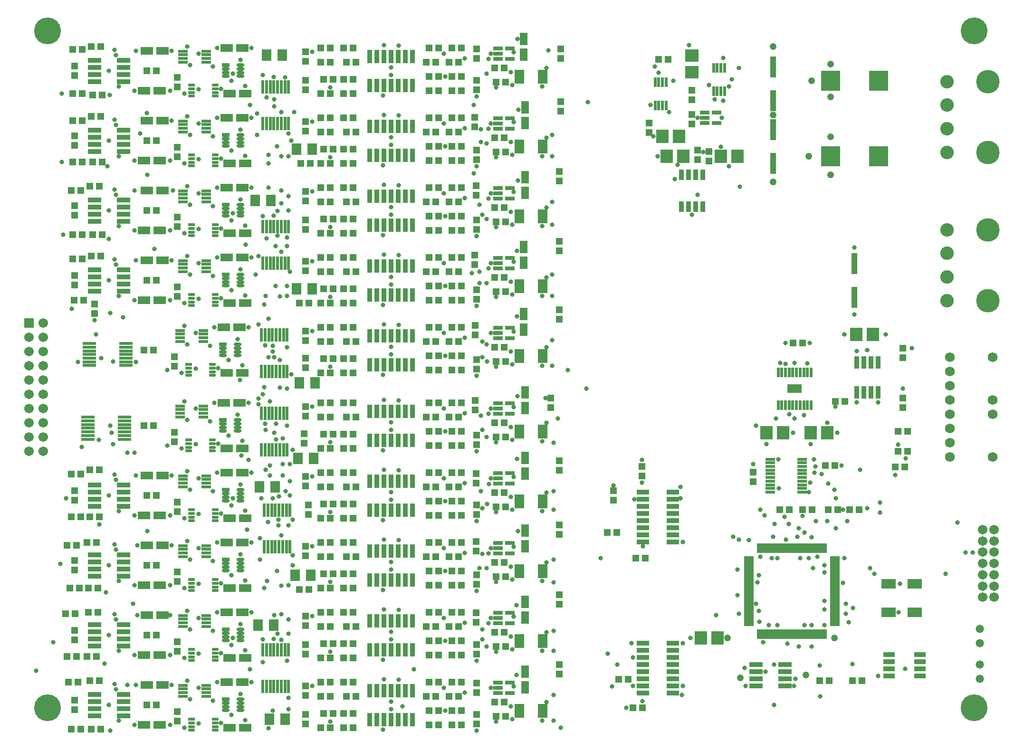
<source format=gts>
%FSLAX23Y23*%
%MOIN*%
G70*
G01*
G75*
G04 Layer_Color=8388736*
G04 Layer_Color=8388736*
%ADD10C,0.008*%
%ADD11R,0.043X0.039*%
%ADD12R,0.079X0.087*%
%ADD13R,0.024X0.067*%
%ADD14R,0.087X0.024*%
%ADD15R,0.087X0.024*%
%ADD16R,0.039X0.043*%
%ADD17R,0.087X0.079*%
%ADD18R,0.063X0.071*%
%ADD19R,0.048X0.017*%
%ADD20R,0.014X0.059*%
%ADD21R,0.091X0.059*%
%ADD22R,0.024X0.087*%
%ADD23R,0.085X0.016*%
%ADD24R,0.016X0.061*%
%ADD25R,0.016X0.085*%
%ADD26R,0.016X0.085*%
%ADD27R,0.073X0.024*%
%ADD28R,0.061X0.012*%
%ADD29R,0.012X0.061*%
%ADD30R,0.024X0.081*%
%ADD31R,0.057X0.012*%
%ADD32R,0.081X0.024*%
%ADD33R,0.124X0.136*%
%ADD34R,0.031X0.142*%
%ADD35R,0.079X0.047*%
%ADD36R,0.061X0.016*%
%ADD37O,0.048X0.017*%
%ADD38R,0.015X0.060*%
%ADD39R,0.101X0.062*%
%ADD40R,0.256X0.036*%
%ADD41R,0.078X0.062*%
%ADD42R,0.063X0.012*%
%ADD43R,0.063X0.012*%
%ADD44R,0.057X0.022*%
%ADD45R,0.047X0.079*%
%ADD46O,0.041X0.015*%
%ADD47R,0.041X0.015*%
%ADD48C,0.012*%
%ADD49C,0.016*%
%ADD50C,0.010*%
%ADD51C,0.025*%
%ADD52C,0.050*%
%ADD53C,0.059*%
%ADD54C,0.050*%
%ADD55C,0.180*%
%ADD56C,0.087*%
%ADD57C,0.157*%
%ADD58R,0.059X0.059*%
%ADD59C,0.060*%
%ADD60C,0.020*%
%ADD61C,0.025*%
%ADD62C,0.040*%
%ADD63C,0.010*%
%ADD64C,0.008*%
%ADD65C,0.007*%
%ADD66C,0.004*%
%ADD67R,0.051X0.047*%
%ADD68R,0.087X0.095*%
%ADD69R,0.032X0.075*%
%ADD70R,0.095X0.032*%
%ADD71R,0.095X0.032*%
%ADD72R,0.047X0.051*%
%ADD73R,0.095X0.087*%
%ADD74R,0.071X0.079*%
%ADD75R,0.056X0.025*%
%ADD76R,0.022X0.067*%
%ADD77R,0.099X0.067*%
%ADD78R,0.032X0.095*%
%ADD79R,0.093X0.024*%
%ADD80R,0.024X0.069*%
%ADD81R,0.024X0.093*%
%ADD82R,0.024X0.093*%
%ADD83R,0.081X0.032*%
%ADD84R,0.069X0.020*%
%ADD85R,0.020X0.069*%
%ADD86R,0.032X0.089*%
%ADD87R,0.065X0.020*%
%ADD88R,0.089X0.032*%
%ADD89R,0.132X0.144*%
%ADD90R,0.039X0.150*%
%ADD91R,0.087X0.055*%
%ADD92R,0.069X0.024*%
%ADD93O,0.056X0.025*%
%ADD94R,0.023X0.068*%
%ADD95R,0.071X0.020*%
%ADD96R,0.071X0.020*%
%ADD97R,0.065X0.030*%
%ADD98R,0.055X0.087*%
%ADD99O,0.049X0.023*%
%ADD100R,0.049X0.023*%
%ADD101C,0.067*%
%ADD102C,0.058*%
%ADD103C,0.188*%
%ADD104C,0.095*%
%ADD105C,0.165*%
%ADD106R,0.067X0.067*%
%ADD107C,0.068*%
%ADD108C,0.033*%
%ADD109C,0.048*%
D39*
X7490Y5490D02*
D03*
D67*
X2557Y7400D02*
D03*
X2623D02*
D03*
X2603Y4090D02*
D03*
X2537D02*
D03*
X8283Y5190D02*
D03*
X8217D02*
D03*
X8283Y5050D02*
D03*
X8217D02*
D03*
X7733Y3440D02*
D03*
X7667D02*
D03*
X7963D02*
D03*
X7897D02*
D03*
X7793Y4640D02*
D03*
X7727D02*
D03*
X7773Y4950D02*
D03*
X7707D02*
D03*
X7877Y4640D02*
D03*
X7943D02*
D03*
X7387D02*
D03*
X7453D02*
D03*
X7547D02*
D03*
X7613D02*
D03*
X4327Y7660D02*
D03*
X4393D02*
D03*
X4327Y7170D02*
D03*
X4393D02*
D03*
X4327Y6680D02*
D03*
X4393D02*
D03*
X4327Y6190D02*
D03*
X4393D02*
D03*
X4327Y5700D02*
D03*
X4393D02*
D03*
X4327Y5170D02*
D03*
X4393D02*
D03*
X4327Y4680D02*
D03*
X4393D02*
D03*
X4327Y4190D02*
D03*
X4393D02*
D03*
X4327Y3700D02*
D03*
X4393D02*
D03*
X4327Y3210D02*
D03*
X4393D02*
D03*
X4167Y7880D02*
D03*
X4233D02*
D03*
X4167Y7390D02*
D03*
X4233D02*
D03*
X4167Y6900D02*
D03*
X4233D02*
D03*
X4167Y6410D02*
D03*
X4233D02*
D03*
X4167Y5920D02*
D03*
X4233D02*
D03*
X4167Y5390D02*
D03*
X4233D02*
D03*
X4167Y4900D02*
D03*
X4233D02*
D03*
X4167Y4410D02*
D03*
X4233D02*
D03*
X4167Y3920D02*
D03*
X4233D02*
D03*
X4167Y3430D02*
D03*
X4233D02*
D03*
X4093Y7070D02*
D03*
X4027D02*
D03*
X4083Y6090D02*
D03*
X4017D02*
D03*
X4083Y4080D02*
D03*
X4017D02*
D03*
X4253Y7660D02*
D03*
X4187D02*
D03*
X4253Y7170D02*
D03*
X4187D02*
D03*
X4253Y6680D02*
D03*
X4187D02*
D03*
X4253Y6190D02*
D03*
X4187D02*
D03*
X4253Y5700D02*
D03*
X4187D02*
D03*
X4253Y5170D02*
D03*
X4187D02*
D03*
X4253Y4680D02*
D03*
X4187D02*
D03*
X4253Y4190D02*
D03*
X4187D02*
D03*
X4253Y3700D02*
D03*
X4187D02*
D03*
X4253Y3210D02*
D03*
X4187D02*
D03*
X4167Y7780D02*
D03*
X4233D02*
D03*
X4167Y7290D02*
D03*
X4233D02*
D03*
X4167Y6800D02*
D03*
X4233D02*
D03*
X4167Y6310D02*
D03*
X4233D02*
D03*
X4167Y5820D02*
D03*
X4233D02*
D03*
X4167Y5290D02*
D03*
X4233D02*
D03*
X4167Y4800D02*
D03*
X4233D02*
D03*
X4167Y4310D02*
D03*
X4233D02*
D03*
X4167Y3820D02*
D03*
X4233D02*
D03*
X4167Y3330D02*
D03*
X4233D02*
D03*
X4413Y7780D02*
D03*
X4347D02*
D03*
X4413Y7290D02*
D03*
X4347D02*
D03*
X4413Y6800D02*
D03*
X4347D02*
D03*
X4413Y6310D02*
D03*
X4347D02*
D03*
X4413Y5820D02*
D03*
X4347D02*
D03*
X4413Y5290D02*
D03*
X4347D02*
D03*
X4413Y4800D02*
D03*
X4347D02*
D03*
X4413Y4310D02*
D03*
X4347D02*
D03*
X4413Y3820D02*
D03*
X4347D02*
D03*
X4413Y3330D02*
D03*
X4347D02*
D03*
X5153Y7880D02*
D03*
X5087D02*
D03*
X5153Y7390D02*
D03*
X5087D02*
D03*
X5153Y6900D02*
D03*
X5087D02*
D03*
X5153Y6410D02*
D03*
X5087D02*
D03*
X5153Y5920D02*
D03*
X5087D02*
D03*
X5153Y5390D02*
D03*
X5087D02*
D03*
X5153Y4900D02*
D03*
X5087D02*
D03*
X5153Y4410D02*
D03*
X5087D02*
D03*
X5153Y3920D02*
D03*
X5087D02*
D03*
X5153Y3430D02*
D03*
X5087D02*
D03*
X4993Y7680D02*
D03*
X4927D02*
D03*
X4993Y7190D02*
D03*
X4927D02*
D03*
X4993Y6700D02*
D03*
X4927D02*
D03*
X4993Y6210D02*
D03*
X4927D02*
D03*
X4993Y5720D02*
D03*
X4927D02*
D03*
X4993Y5190D02*
D03*
X4927D02*
D03*
X4993Y4700D02*
D03*
X4927D02*
D03*
X4993Y4210D02*
D03*
X4927D02*
D03*
X4993Y3720D02*
D03*
X4927D02*
D03*
X4993Y3230D02*
D03*
X4927D02*
D03*
X4993Y7880D02*
D03*
X4927D02*
D03*
X4993Y7390D02*
D03*
X4927D02*
D03*
X4993Y6900D02*
D03*
X4927D02*
D03*
X4993Y6410D02*
D03*
X4927D02*
D03*
X4993Y5920D02*
D03*
X4927D02*
D03*
X4993Y5390D02*
D03*
X4927D02*
D03*
X4993Y4900D02*
D03*
X4927D02*
D03*
X4993Y4410D02*
D03*
X4927D02*
D03*
X4993Y3920D02*
D03*
X4927D02*
D03*
X4993Y3430D02*
D03*
X4927D02*
D03*
X5067Y7780D02*
D03*
X5133D02*
D03*
X5067Y7290D02*
D03*
X5133D02*
D03*
X5067Y6800D02*
D03*
X5133D02*
D03*
X5067Y6310D02*
D03*
X5133D02*
D03*
X5067Y5820D02*
D03*
X5133D02*
D03*
X5067Y5290D02*
D03*
X5133D02*
D03*
X5067Y4800D02*
D03*
X5133D02*
D03*
X5067Y4310D02*
D03*
X5133D02*
D03*
X5067Y3820D02*
D03*
X5133D02*
D03*
X5067Y3330D02*
D03*
X5133D02*
D03*
X5153Y7680D02*
D03*
X5087D02*
D03*
X5153Y7190D02*
D03*
X5087D02*
D03*
X5153Y6700D02*
D03*
X5087D02*
D03*
X5153Y6210D02*
D03*
X5087D02*
D03*
X5153Y5720D02*
D03*
X5087D02*
D03*
X5153Y5190D02*
D03*
X5087D02*
D03*
X5153Y4700D02*
D03*
X5087D02*
D03*
X5153Y4210D02*
D03*
X5087D02*
D03*
X5153Y3720D02*
D03*
X5087D02*
D03*
X5153Y3230D02*
D03*
X5087D02*
D03*
X5153Y7580D02*
D03*
X5087D02*
D03*
X5153Y7090D02*
D03*
X5087D02*
D03*
X5153Y6600D02*
D03*
X5087D02*
D03*
X5153Y6110D02*
D03*
X5087D02*
D03*
X5153Y5620D02*
D03*
X5087D02*
D03*
X5153Y5090D02*
D03*
X5087D02*
D03*
X5153Y4600D02*
D03*
X5087D02*
D03*
X5153Y4110D02*
D03*
X5087D02*
D03*
X5153Y3620D02*
D03*
X5087D02*
D03*
X5153Y3130D02*
D03*
X5087D02*
D03*
X6603Y7800D02*
D03*
X6537D02*
D03*
X6357Y3250D02*
D03*
X6423D02*
D03*
X6443Y4300D02*
D03*
X6377D02*
D03*
X6243Y4480D02*
D03*
X6177D02*
D03*
X6323Y3450D02*
D03*
X6257D02*
D03*
X5397Y7640D02*
D03*
X5463D02*
D03*
X5397Y7150D02*
D03*
X5463D02*
D03*
X5397Y6660D02*
D03*
X5463D02*
D03*
X5397Y6170D02*
D03*
X5463D02*
D03*
X5397Y5680D02*
D03*
X5463D02*
D03*
X5397Y5150D02*
D03*
X5463D02*
D03*
X5397Y4660D02*
D03*
X5463D02*
D03*
X5397Y4170D02*
D03*
X5463D02*
D03*
X5397Y3680D02*
D03*
X5463D02*
D03*
X5397Y3190D02*
D03*
X5463D02*
D03*
X7843Y5400D02*
D03*
X7777D02*
D03*
X8263Y4940D02*
D03*
X8197D02*
D03*
X3013Y7720D02*
D03*
X2947D02*
D03*
X3013Y7230D02*
D03*
X2947D02*
D03*
X3013Y6740D02*
D03*
X2947D02*
D03*
X3013Y6250D02*
D03*
X2947D02*
D03*
X2993Y5760D02*
D03*
X2927D02*
D03*
X2993Y5230D02*
D03*
X2927D02*
D03*
X3013Y4740D02*
D03*
X2947D02*
D03*
X3013Y4250D02*
D03*
X2947D02*
D03*
X3013Y3760D02*
D03*
X2947D02*
D03*
X3013Y3270D02*
D03*
X2947D02*
D03*
X4393Y7560D02*
D03*
X4327D02*
D03*
X4393Y7070D02*
D03*
X4327D02*
D03*
X4393Y6580D02*
D03*
X4327D02*
D03*
X4393Y6090D02*
D03*
X4327D02*
D03*
X4393Y5600D02*
D03*
X4327D02*
D03*
X4393Y5070D02*
D03*
X4327D02*
D03*
X4393Y4580D02*
D03*
X4327D02*
D03*
X4393Y4090D02*
D03*
X4327D02*
D03*
X4393Y3600D02*
D03*
X4327D02*
D03*
X4393Y3110D02*
D03*
X4327D02*
D03*
X4393Y7880D02*
D03*
X4327D02*
D03*
X4393Y7390D02*
D03*
X4327D02*
D03*
X4393Y6900D02*
D03*
X4327D02*
D03*
X4393Y6410D02*
D03*
X4327D02*
D03*
X4393Y5920D02*
D03*
X4327D02*
D03*
X4393Y5390D02*
D03*
X4327D02*
D03*
X4393Y4900D02*
D03*
X4327D02*
D03*
X4393Y4410D02*
D03*
X4327D02*
D03*
X4393Y3920D02*
D03*
X4327D02*
D03*
X4393Y3430D02*
D03*
X4327D02*
D03*
X4233Y7560D02*
D03*
X4167D02*
D03*
X4233Y7070D02*
D03*
X4167D02*
D03*
X4233Y6580D02*
D03*
X4167D02*
D03*
X4233Y6090D02*
D03*
X4167D02*
D03*
X4233Y5600D02*
D03*
X4167D02*
D03*
X4233Y5070D02*
D03*
X4167D02*
D03*
X4233Y4580D02*
D03*
X4167D02*
D03*
X4233Y4090D02*
D03*
X4167D02*
D03*
X4233Y3600D02*
D03*
X4167D02*
D03*
X4233Y3110D02*
D03*
X4167D02*
D03*
X4973Y7780D02*
D03*
X4907D02*
D03*
X4973Y7290D02*
D03*
X4907D02*
D03*
X4973Y6800D02*
D03*
X4907D02*
D03*
X4973Y6310D02*
D03*
X4907D02*
D03*
X4973Y5820D02*
D03*
X4907D02*
D03*
X4973Y5290D02*
D03*
X4907D02*
D03*
X4973Y4800D02*
D03*
X4907D02*
D03*
X4973Y4310D02*
D03*
X4907D02*
D03*
X4973Y3820D02*
D03*
X4907D02*
D03*
X4973Y3330D02*
D03*
X4907D02*
D03*
X4927Y7580D02*
D03*
X4993D02*
D03*
X4927Y7090D02*
D03*
X4993D02*
D03*
X4927Y6600D02*
D03*
X4993D02*
D03*
X4927Y6110D02*
D03*
X4993D02*
D03*
X4927Y5620D02*
D03*
X4993D02*
D03*
X4927Y5090D02*
D03*
X4993D02*
D03*
X4927Y4600D02*
D03*
X4993D02*
D03*
X4927Y4110D02*
D03*
X4993D02*
D03*
X4927Y3620D02*
D03*
X4993D02*
D03*
X4927Y3130D02*
D03*
X4993D02*
D03*
X7479Y5810D02*
D03*
X7545D02*
D03*
X2463Y3430D02*
D03*
X2397D02*
D03*
X2547Y3440D02*
D03*
X2613D02*
D03*
X2623Y3100D02*
D03*
X2557D02*
D03*
X2483D02*
D03*
X2417D02*
D03*
X2443Y3910D02*
D03*
X2377D02*
D03*
X2537Y3920D02*
D03*
X2603D02*
D03*
X2593Y3610D02*
D03*
X2527D02*
D03*
X2453D02*
D03*
X2387D02*
D03*
X2453Y4390D02*
D03*
X2387D02*
D03*
X2527Y4410D02*
D03*
X2593D02*
D03*
X2473Y4090D02*
D03*
X2407D02*
D03*
X2483Y4890D02*
D03*
X2417D02*
D03*
X2547Y4920D02*
D03*
X2613D02*
D03*
X2613Y4590D02*
D03*
X2547D02*
D03*
X2483D02*
D03*
X2417D02*
D03*
X2493Y6400D02*
D03*
X2427D02*
D03*
X2557Y6420D02*
D03*
X2623D02*
D03*
X2503Y6110D02*
D03*
X2437D02*
D03*
X2483Y6880D02*
D03*
X2417D02*
D03*
X2547Y6910D02*
D03*
X2613D02*
D03*
X2633Y6570D02*
D03*
X2567D02*
D03*
X2493D02*
D03*
X2427D02*
D03*
X2493Y7370D02*
D03*
X2427D02*
D03*
X2633Y7080D02*
D03*
X2567D02*
D03*
X2493D02*
D03*
X2427D02*
D03*
X2493Y7870D02*
D03*
X2427D02*
D03*
X2557Y7890D02*
D03*
X2623D02*
D03*
X2633Y7550D02*
D03*
X2567D02*
D03*
X2493Y7560D02*
D03*
X2427D02*
D03*
X5387Y7740D02*
D03*
X5453D02*
D03*
X5387Y7250D02*
D03*
X5453D02*
D03*
X5387Y6760D02*
D03*
X5453D02*
D03*
X5387Y6270D02*
D03*
X5453D02*
D03*
X5387Y5780D02*
D03*
X5453D02*
D03*
X5387Y5250D02*
D03*
X5453D02*
D03*
X5387Y4760D02*
D03*
X5453D02*
D03*
X5387Y4270D02*
D03*
X5453D02*
D03*
X5387Y3780D02*
D03*
X5453D02*
D03*
X5387Y3290D02*
D03*
X5453D02*
D03*
D68*
X6591Y7120D02*
D03*
X6709D02*
D03*
X6561Y7260D02*
D03*
X6679D02*
D03*
X6971Y7120D02*
D03*
X7921Y5870D02*
D03*
X8039D02*
D03*
X7409Y5180D02*
D03*
X7291D02*
D03*
X6949Y3740D02*
D03*
X6831D02*
D03*
X7601Y5180D02*
D03*
X7719D02*
D03*
X7089Y7120D02*
D03*
D69*
X6695Y6768D02*
D03*
X6745D02*
D03*
X6795D02*
D03*
X6845D02*
D03*
X6695Y6992D02*
D03*
X6745D02*
D03*
X6795D02*
D03*
X6845D02*
D03*
D70*
X2578Y6275D02*
D03*
Y6225D02*
D03*
Y6175D02*
D03*
X2782Y6325D02*
D03*
Y6275D02*
D03*
Y6225D02*
D03*
Y6175D02*
D03*
X2578Y3195D02*
D03*
Y3685D02*
D03*
Y4175D02*
D03*
Y4665D02*
D03*
Y6665D02*
D03*
Y7155D02*
D03*
Y7645D02*
D03*
X2782D02*
D03*
Y7695D02*
D03*
Y7745D02*
D03*
Y7795D02*
D03*
X2578Y7695D02*
D03*
Y7745D02*
D03*
X2782Y7155D02*
D03*
Y7205D02*
D03*
Y7255D02*
D03*
Y7305D02*
D03*
X2578Y7205D02*
D03*
Y7255D02*
D03*
X2782Y6665D02*
D03*
Y6715D02*
D03*
Y6765D02*
D03*
Y6815D02*
D03*
X2578Y6715D02*
D03*
Y6765D02*
D03*
X2782Y4665D02*
D03*
Y4715D02*
D03*
Y4765D02*
D03*
Y4815D02*
D03*
X2578Y4715D02*
D03*
Y4765D02*
D03*
X2782Y4175D02*
D03*
Y4225D02*
D03*
Y4275D02*
D03*
Y4325D02*
D03*
X2578Y4225D02*
D03*
Y4275D02*
D03*
X2782Y3685D02*
D03*
Y3735D02*
D03*
Y3785D02*
D03*
Y3835D02*
D03*
X2578Y3735D02*
D03*
Y3785D02*
D03*
X2782Y3195D02*
D03*
Y3245D02*
D03*
Y3295D02*
D03*
Y3345D02*
D03*
X2578Y3245D02*
D03*
Y3295D02*
D03*
X7422Y3455D02*
D03*
Y3505D02*
D03*
Y3555D02*
D03*
X7218Y3405D02*
D03*
Y3455D02*
D03*
Y3505D02*
D03*
Y3555D02*
D03*
D71*
X2578Y6325D02*
D03*
Y3345D02*
D03*
Y3835D02*
D03*
Y4325D02*
D03*
Y4815D02*
D03*
Y6815D02*
D03*
Y7305D02*
D03*
Y7795D02*
D03*
X7422Y3405D02*
D03*
D72*
X8250Y5773D02*
D03*
Y5707D02*
D03*
Y5423D02*
D03*
Y5357D02*
D03*
X7200Y4903D02*
D03*
Y4837D02*
D03*
X3160Y7673D02*
D03*
Y7607D02*
D03*
Y7183D02*
D03*
Y7117D02*
D03*
Y6693D02*
D03*
Y6627D02*
D03*
Y6203D02*
D03*
Y6137D02*
D03*
X3140Y5713D02*
D03*
Y5647D02*
D03*
Y5183D02*
D03*
Y5117D02*
D03*
X3160Y4693D02*
D03*
Y4627D02*
D03*
Y4203D02*
D03*
Y4137D02*
D03*
Y3713D02*
D03*
Y3647D02*
D03*
Y3223D02*
D03*
Y3157D02*
D03*
X4060Y7587D02*
D03*
Y7653D02*
D03*
Y6607D02*
D03*
Y6673D02*
D03*
Y5703D02*
D03*
Y5637D02*
D03*
X4050Y5173D02*
D03*
Y5107D02*
D03*
X4080Y4607D02*
D03*
Y4673D02*
D03*
X4060Y3627D02*
D03*
Y3693D02*
D03*
Y3137D02*
D03*
Y3203D02*
D03*
X2440Y7687D02*
D03*
Y7753D02*
D03*
Y7197D02*
D03*
Y7263D02*
D03*
Y6707D02*
D03*
Y6773D02*
D03*
Y6217D02*
D03*
Y6283D02*
D03*
Y4707D02*
D03*
Y4773D02*
D03*
Y4217D02*
D03*
Y4283D02*
D03*
Y3727D02*
D03*
Y3793D02*
D03*
Y3237D02*
D03*
Y3303D02*
D03*
X6770Y7413D02*
D03*
Y7347D02*
D03*
Y7583D02*
D03*
Y7517D02*
D03*
X6420Y4943D02*
D03*
Y4877D02*
D03*
X6220Y4707D02*
D03*
Y4773D02*
D03*
X6890Y7087D02*
D03*
Y7153D02*
D03*
X6810Y7163D02*
D03*
Y7097D02*
D03*
X4060Y7853D02*
D03*
Y7787D02*
D03*
Y7363D02*
D03*
Y7297D02*
D03*
Y6873D02*
D03*
Y6807D02*
D03*
Y6383D02*
D03*
Y6317D02*
D03*
Y5893D02*
D03*
Y5827D02*
D03*
Y5363D02*
D03*
Y5297D02*
D03*
Y4873D02*
D03*
Y4807D02*
D03*
Y4383D02*
D03*
Y4317D02*
D03*
Y3893D02*
D03*
Y3827D02*
D03*
Y3403D02*
D03*
Y3337D02*
D03*
X5260Y7807D02*
D03*
Y7873D02*
D03*
X5245Y7327D02*
D03*
Y7393D02*
D03*
X5255Y6847D02*
D03*
Y6913D02*
D03*
X5245Y6362D02*
D03*
Y6428D02*
D03*
X5250Y5867D02*
D03*
Y5933D02*
D03*
Y5342D02*
D03*
Y5408D02*
D03*
X5255Y4827D02*
D03*
Y4893D02*
D03*
Y4352D02*
D03*
Y4418D02*
D03*
Y3852D02*
D03*
Y3918D02*
D03*
X5260Y3357D02*
D03*
Y3423D02*
D03*
Y7587D02*
D03*
Y7653D02*
D03*
Y7097D02*
D03*
Y7163D02*
D03*
Y6607D02*
D03*
Y6673D02*
D03*
Y6117D02*
D03*
Y6183D02*
D03*
Y5627D02*
D03*
Y5693D02*
D03*
Y5097D02*
D03*
Y5163D02*
D03*
Y4607D02*
D03*
Y4673D02*
D03*
Y4117D02*
D03*
Y4183D02*
D03*
Y3627D02*
D03*
Y3693D02*
D03*
Y3137D02*
D03*
Y3203D02*
D03*
X6470Y7353D02*
D03*
Y7287D02*
D03*
X2580Y6017D02*
D03*
Y6083D02*
D03*
X5840Y3553D02*
D03*
Y3487D02*
D03*
Y4043D02*
D03*
Y3977D02*
D03*
Y4533D02*
D03*
Y4467D02*
D03*
Y4983D02*
D03*
Y4917D02*
D03*
Y6043D02*
D03*
Y5977D02*
D03*
Y6523D02*
D03*
Y6457D02*
D03*
X5850Y7503D02*
D03*
Y7437D02*
D03*
X5780Y5423D02*
D03*
Y5357D02*
D03*
X5850Y7873D02*
D03*
Y7807D02*
D03*
X5840Y6947D02*
D03*
Y7013D02*
D03*
D73*
X6770Y7711D02*
D03*
Y7829D02*
D03*
D74*
X3995Y7170D02*
D03*
X4105D02*
D03*
X3805Y3170D02*
D03*
X3915D02*
D03*
X3725Y3830D02*
D03*
X3835D02*
D03*
X3985Y4180D02*
D03*
X4095D02*
D03*
X3735Y4800D02*
D03*
X3845D02*
D03*
X4005Y5000D02*
D03*
X4115D02*
D03*
X4015Y5530D02*
D03*
X4125D02*
D03*
X3995Y6190D02*
D03*
X4105D02*
D03*
X3705Y6810D02*
D03*
X3815D02*
D03*
X3785Y7830D02*
D03*
X3895D02*
D03*
D75*
X3500Y3310D02*
D03*
Y3800D02*
D03*
Y4290D02*
D03*
Y4780D02*
D03*
X3480Y5270D02*
D03*
Y5800D02*
D03*
X3500Y6290D02*
D03*
Y6780D02*
D03*
Y7270D02*
D03*
Y7760D02*
D03*
D76*
X6998Y7742D02*
D03*
X6973D02*
D03*
X6947D02*
D03*
X6922D02*
D03*
X6998Y7578D02*
D03*
X6973D02*
D03*
X6947D02*
D03*
X6922D02*
D03*
D77*
X8331Y3920D02*
D03*
Y4120D02*
D03*
X8150Y3920D02*
D03*
Y4120D02*
D03*
D78*
X4810Y6842D02*
D03*
X4760D02*
D03*
X4710D02*
D03*
X4660D02*
D03*
X4610D02*
D03*
X4560D02*
D03*
X4510D02*
D03*
X4810Y6638D02*
D03*
X4760D02*
D03*
X4710D02*
D03*
X4660D02*
D03*
X4610D02*
D03*
X4560D02*
D03*
X4510D02*
D03*
X4810Y7822D02*
D03*
X4760D02*
D03*
X4710D02*
D03*
X4660D02*
D03*
X4610D02*
D03*
X4560D02*
D03*
X4510D02*
D03*
X4810Y7618D02*
D03*
X4760D02*
D03*
X4710D02*
D03*
X4660D02*
D03*
X4610D02*
D03*
X4560D02*
D03*
X4510D02*
D03*
Y7128D02*
D03*
X4560D02*
D03*
X4610D02*
D03*
X4660D02*
D03*
X4710D02*
D03*
X4760D02*
D03*
X4810D02*
D03*
X4510Y7332D02*
D03*
X4560D02*
D03*
X4610D02*
D03*
X4660D02*
D03*
X4710D02*
D03*
X4760D02*
D03*
X4810D02*
D03*
X4510Y6148D02*
D03*
X4560D02*
D03*
X4610D02*
D03*
X4660D02*
D03*
X4710D02*
D03*
X4760D02*
D03*
X4810D02*
D03*
X4510Y6352D02*
D03*
X4560D02*
D03*
X4610D02*
D03*
X4660D02*
D03*
X4710D02*
D03*
X4760D02*
D03*
X4810D02*
D03*
X4510Y5128D02*
D03*
X4560D02*
D03*
X4610D02*
D03*
X4660D02*
D03*
X4710D02*
D03*
X4760D02*
D03*
X4810D02*
D03*
X4510Y5332D02*
D03*
X4560D02*
D03*
X4610D02*
D03*
X4660D02*
D03*
X4710D02*
D03*
X4760D02*
D03*
X4810D02*
D03*
X4510Y4638D02*
D03*
X4560D02*
D03*
X4610D02*
D03*
X4660D02*
D03*
X4710D02*
D03*
X4760D02*
D03*
X4810D02*
D03*
X4510Y4842D02*
D03*
X4560D02*
D03*
X4610D02*
D03*
X4660D02*
D03*
X4710D02*
D03*
X4760D02*
D03*
X4810D02*
D03*
X4510Y4148D02*
D03*
X4560D02*
D03*
X4610D02*
D03*
X4660D02*
D03*
X4710D02*
D03*
X4760D02*
D03*
X4810D02*
D03*
X4510Y4352D02*
D03*
X4560D02*
D03*
X4610D02*
D03*
X4660D02*
D03*
X4710D02*
D03*
X4760D02*
D03*
X4810D02*
D03*
X4510Y3658D02*
D03*
X4560D02*
D03*
X4610D02*
D03*
X4660D02*
D03*
X4710D02*
D03*
X4760D02*
D03*
X4810D02*
D03*
X4510Y3862D02*
D03*
X4560D02*
D03*
X4610D02*
D03*
X4660D02*
D03*
X4710D02*
D03*
X4760D02*
D03*
X4810D02*
D03*
X4510Y3168D02*
D03*
X4560D02*
D03*
X4610D02*
D03*
X4660D02*
D03*
X4710D02*
D03*
X4760D02*
D03*
X4810D02*
D03*
X4510Y3372D02*
D03*
X4560D02*
D03*
X4610D02*
D03*
X4660D02*
D03*
X4710D02*
D03*
X4760D02*
D03*
X4810D02*
D03*
Y5862D02*
D03*
X4760D02*
D03*
X4710D02*
D03*
X4660D02*
D03*
X4610D02*
D03*
X4560D02*
D03*
X4510D02*
D03*
X4810Y5658D02*
D03*
X4760D02*
D03*
X4710D02*
D03*
X4660D02*
D03*
X4610D02*
D03*
X4560D02*
D03*
X4510D02*
D03*
D79*
X2789Y5136D02*
D03*
Y5162D02*
D03*
Y5187D02*
D03*
Y5213D02*
D03*
Y5239D02*
D03*
Y5264D02*
D03*
Y5290D02*
D03*
X2531Y5136D02*
D03*
Y5162D02*
D03*
Y5187D02*
D03*
Y5213D02*
D03*
Y5239D02*
D03*
Y5264D02*
D03*
Y5290D02*
D03*
X2541Y5807D02*
D03*
Y5781D02*
D03*
X2799Y5807D02*
D03*
X2541Y5679D02*
D03*
X2799D02*
D03*
X2541Y5704D02*
D03*
X2799D02*
D03*
Y5730D02*
D03*
Y5756D02*
D03*
X2541Y5730D02*
D03*
Y5756D02*
D03*
X2799Y5653D02*
D03*
X2541D02*
D03*
X2799Y5781D02*
D03*
D80*
X6588Y7642D02*
D03*
X6563D02*
D03*
X6537D02*
D03*
X6512D02*
D03*
X6588Y7478D02*
D03*
X6563D02*
D03*
X6537D02*
D03*
X6512D02*
D03*
D81*
X3914Y3401D02*
D03*
X3888D02*
D03*
X3863D02*
D03*
X3837D02*
D03*
X3914Y6371D02*
D03*
X3888D02*
D03*
X3863D02*
D03*
X3837D02*
D03*
X3940Y7609D02*
D03*
X3914D02*
D03*
X3888D02*
D03*
X3863D02*
D03*
X3837D02*
D03*
X3812D02*
D03*
X3786D02*
D03*
X3760D02*
D03*
X3940Y7351D02*
D03*
X3914D02*
D03*
X3888D02*
D03*
X3863D02*
D03*
X3837D02*
D03*
X3812D02*
D03*
X3786D02*
D03*
X3930Y5319D02*
D03*
X3904D02*
D03*
X3878D02*
D03*
X3853D02*
D03*
X3827D02*
D03*
X3802D02*
D03*
X3776D02*
D03*
X3750D02*
D03*
X3930Y5061D02*
D03*
X3904D02*
D03*
X3878D02*
D03*
X3853D02*
D03*
X3827D02*
D03*
X3802D02*
D03*
X3776D02*
D03*
X3786Y6371D02*
D03*
X3812D02*
D03*
X3940D02*
D03*
X3760Y6629D02*
D03*
X3786D02*
D03*
X3812D02*
D03*
X3837D02*
D03*
X3863D02*
D03*
X3888D02*
D03*
X3914D02*
D03*
X3940D02*
D03*
X3786Y3401D02*
D03*
X3812D02*
D03*
X3940D02*
D03*
X3760Y3659D02*
D03*
X3786D02*
D03*
X3812D02*
D03*
X3837D02*
D03*
X3863D02*
D03*
X3888D02*
D03*
X3914D02*
D03*
X3940D02*
D03*
X3796Y4381D02*
D03*
X3822D02*
D03*
X3847D02*
D03*
X3873D02*
D03*
X3898D02*
D03*
X3924D02*
D03*
X3950D02*
D03*
X3770Y4639D02*
D03*
X3796D02*
D03*
X3822D02*
D03*
X3847D02*
D03*
X3873D02*
D03*
X3898D02*
D03*
X3924D02*
D03*
X3950D02*
D03*
X3930Y5869D02*
D03*
X3904D02*
D03*
X3878D02*
D03*
X3853D02*
D03*
X3827D02*
D03*
X3802D02*
D03*
X3776D02*
D03*
X3750D02*
D03*
X3930Y5611D02*
D03*
X3904D02*
D03*
X3878D02*
D03*
X3853D02*
D03*
X3827D02*
D03*
X3802D02*
D03*
X3776D02*
D03*
D82*
X3760Y7351D02*
D03*
X3750Y5061D02*
D03*
X3760Y6371D02*
D03*
Y3401D02*
D03*
X3770Y4381D02*
D03*
X3750Y5611D02*
D03*
D83*
X8369Y3475D02*
D03*
Y3525D02*
D03*
Y3575D02*
D03*
Y3625D02*
D03*
X8151Y3475D02*
D03*
Y3525D02*
D03*
Y3575D02*
D03*
X8151Y3625D02*
D03*
D84*
X7168Y4306D02*
D03*
Y4287D02*
D03*
Y4267D02*
D03*
Y4247D02*
D03*
Y4227D02*
D03*
Y4208D02*
D03*
Y4188D02*
D03*
Y4168D02*
D03*
Y4149D02*
D03*
Y4129D02*
D03*
Y4109D02*
D03*
Y4090D02*
D03*
Y4070D02*
D03*
Y4050D02*
D03*
Y4031D02*
D03*
Y4011D02*
D03*
Y3991D02*
D03*
Y3972D02*
D03*
Y3952D02*
D03*
Y3932D02*
D03*
Y3913D02*
D03*
Y3893D02*
D03*
Y3873D02*
D03*
Y3853D02*
D03*
Y3834D02*
D03*
X7772Y4306D02*
D03*
Y4287D02*
D03*
Y4247D02*
D03*
Y4227D02*
D03*
Y4208D02*
D03*
Y4188D02*
D03*
Y4168D02*
D03*
Y4129D02*
D03*
Y4109D02*
D03*
Y4090D02*
D03*
Y4070D02*
D03*
Y4050D02*
D03*
Y4031D02*
D03*
Y4011D02*
D03*
Y3991D02*
D03*
Y3972D02*
D03*
Y3952D02*
D03*
Y3932D02*
D03*
Y3913D02*
D03*
Y3893D02*
D03*
Y3873D02*
D03*
Y3853D02*
D03*
Y3834D02*
D03*
Y4267D02*
D03*
Y4149D02*
D03*
D85*
X7706Y4372D02*
D03*
X7687D02*
D03*
X7667D02*
D03*
X7647D02*
D03*
X7627D02*
D03*
X7608D02*
D03*
X7588D02*
D03*
X7568D02*
D03*
X7549D02*
D03*
X7529D02*
D03*
X7509D02*
D03*
X7490D02*
D03*
X7470D02*
D03*
X7450D02*
D03*
X7431D02*
D03*
X7411D02*
D03*
X7391D02*
D03*
X7372D02*
D03*
X7352D02*
D03*
X7332D02*
D03*
X7313D02*
D03*
X7293D02*
D03*
X7273D02*
D03*
X7253D02*
D03*
X7234D02*
D03*
X7706Y3768D02*
D03*
X7687D02*
D03*
X7667D02*
D03*
X7647D02*
D03*
X7627D02*
D03*
X7608D02*
D03*
X7588D02*
D03*
X7568D02*
D03*
X7549D02*
D03*
X7529D02*
D03*
X7509D02*
D03*
X7490D02*
D03*
X7470D02*
D03*
X7450D02*
D03*
X7431D02*
D03*
X7411D02*
D03*
X7391D02*
D03*
X7372D02*
D03*
X7352D02*
D03*
X7332D02*
D03*
X7313D02*
D03*
X7293D02*
D03*
X7273D02*
D03*
X7253D02*
D03*
X7234D02*
D03*
D86*
X7925Y5465D02*
D03*
X7975D02*
D03*
X8025D02*
D03*
X8075D02*
D03*
X7925Y5675D02*
D03*
X7975D02*
D03*
X8025D02*
D03*
X8075D02*
D03*
D87*
X7541Y4790D02*
D03*
Y4816D02*
D03*
Y4842D02*
D03*
Y4867D02*
D03*
Y4893D02*
D03*
Y4918D02*
D03*
Y4944D02*
D03*
Y4970D02*
D03*
Y4995D02*
D03*
X7319Y4765D02*
D03*
X7319Y4790D02*
D03*
Y4816D02*
D03*
Y4842D02*
D03*
Y4867D02*
D03*
Y4893D02*
D03*
Y4918D02*
D03*
Y4944D02*
D03*
Y4970D02*
D03*
Y4995D02*
D03*
X7541Y4765D02*
D03*
D88*
X6635Y3355D02*
D03*
Y3405D02*
D03*
Y3455D02*
D03*
Y3505D02*
D03*
Y3555D02*
D03*
Y3605D02*
D03*
Y3655D02*
D03*
Y3705D02*
D03*
X6425Y3405D02*
D03*
Y3505D02*
D03*
Y3555D02*
D03*
Y3605D02*
D03*
Y3655D02*
D03*
Y3705D02*
D03*
Y4715D02*
D03*
Y4465D02*
D03*
Y4415D02*
D03*
X6635Y4765D02*
D03*
Y4715D02*
D03*
Y4565D02*
D03*
Y4515D02*
D03*
Y4465D02*
D03*
Y4415D02*
D03*
X6425Y4765D02*
D03*
Y3355D02*
D03*
Y4565D02*
D03*
Y4515D02*
D03*
Y3455D02*
D03*
X6635Y4615D02*
D03*
Y4665D02*
D03*
X6425D02*
D03*
Y4615D02*
D03*
D89*
X8079Y7650D02*
D03*
X7741D02*
D03*
X8079Y7120D02*
D03*
X7741D02*
D03*
D90*
X7340Y7748D02*
D03*
Y7512D02*
D03*
Y7308D02*
D03*
Y7072D02*
D03*
X7910Y6132D02*
D03*
Y6368D02*
D03*
D91*
X2925Y7580D02*
D03*
X3035D02*
D03*
X3055Y7860D02*
D03*
X2945D02*
D03*
X2925Y7090D02*
D03*
X3035D02*
D03*
X3055Y7370D02*
D03*
X2945D02*
D03*
X2925Y6600D02*
D03*
X3035D02*
D03*
X3055Y6880D02*
D03*
X2945D02*
D03*
X2925Y6110D02*
D03*
X3035D02*
D03*
X3055Y6390D02*
D03*
X2945D02*
D03*
X2925Y4600D02*
D03*
X3035D02*
D03*
X3055Y4880D02*
D03*
X2945D02*
D03*
X2925Y4110D02*
D03*
X3035D02*
D03*
X3055Y4390D02*
D03*
X2945D02*
D03*
X2925Y3620D02*
D03*
X3035D02*
D03*
X3055Y3900D02*
D03*
X2945D02*
D03*
X2925Y3130D02*
D03*
X3035D02*
D03*
X3055Y3410D02*
D03*
X2945D02*
D03*
X3525Y7560D02*
D03*
X3635D02*
D03*
X3505Y7880D02*
D03*
X3615D02*
D03*
X3525Y7070D02*
D03*
X3635D02*
D03*
X3505Y7390D02*
D03*
X3615D02*
D03*
X3525Y6580D02*
D03*
X3635D02*
D03*
X3505Y6900D02*
D03*
X3615D02*
D03*
X3525Y6090D02*
D03*
X3635D02*
D03*
X3505Y6410D02*
D03*
X3615D02*
D03*
X3505Y5600D02*
D03*
X3615D02*
D03*
X3485Y5920D02*
D03*
X3595D02*
D03*
X3505Y5070D02*
D03*
X3615D02*
D03*
X3485Y5390D02*
D03*
X3595D02*
D03*
X3525Y4580D02*
D03*
X3635D02*
D03*
X3505Y4900D02*
D03*
X3615D02*
D03*
X3525Y4090D02*
D03*
X3635D02*
D03*
X3505Y4410D02*
D03*
X3615D02*
D03*
X3525Y3600D02*
D03*
X3635D02*
D03*
X3505Y3920D02*
D03*
X3615D02*
D03*
X3525Y3110D02*
D03*
X3635D02*
D03*
X3505Y3430D02*
D03*
X3615D02*
D03*
D92*
X3362Y7782D02*
D03*
Y7807D02*
D03*
Y7833D02*
D03*
Y7858D02*
D03*
X3198Y7782D02*
D03*
Y7807D02*
D03*
Y7833D02*
D03*
Y7858D02*
D03*
X3362Y7292D02*
D03*
Y7317D02*
D03*
Y7343D02*
D03*
Y7368D02*
D03*
X3198Y7292D02*
D03*
Y7317D02*
D03*
Y7343D02*
D03*
Y7368D02*
D03*
X3362Y6802D02*
D03*
Y6827D02*
D03*
Y6853D02*
D03*
Y6878D02*
D03*
X3198Y6802D02*
D03*
Y6827D02*
D03*
Y6853D02*
D03*
Y6878D02*
D03*
X3362Y6312D02*
D03*
Y6337D02*
D03*
Y6363D02*
D03*
Y6388D02*
D03*
X3198Y6312D02*
D03*
Y6337D02*
D03*
Y6363D02*
D03*
Y6388D02*
D03*
X3342Y5822D02*
D03*
Y5847D02*
D03*
Y5873D02*
D03*
Y5898D02*
D03*
X3178Y5822D02*
D03*
Y5847D02*
D03*
Y5873D02*
D03*
Y5898D02*
D03*
X3342Y5292D02*
D03*
Y5317D02*
D03*
Y5343D02*
D03*
Y5368D02*
D03*
X3178Y5292D02*
D03*
Y5317D02*
D03*
Y5343D02*
D03*
Y5368D02*
D03*
X3362Y4802D02*
D03*
Y4827D02*
D03*
Y4853D02*
D03*
Y4878D02*
D03*
X3198Y4802D02*
D03*
Y4827D02*
D03*
Y4853D02*
D03*
Y4878D02*
D03*
X3362Y4312D02*
D03*
Y4337D02*
D03*
Y4363D02*
D03*
Y4388D02*
D03*
X3198Y4312D02*
D03*
Y4337D02*
D03*
Y4363D02*
D03*
Y4388D02*
D03*
X3362Y3822D02*
D03*
Y3847D02*
D03*
Y3873D02*
D03*
Y3898D02*
D03*
X3198Y3822D02*
D03*
Y3847D02*
D03*
Y3873D02*
D03*
Y3898D02*
D03*
X3362Y3332D02*
D03*
Y3357D02*
D03*
Y3383D02*
D03*
Y3408D02*
D03*
X3198Y3332D02*
D03*
Y3357D02*
D03*
Y3383D02*
D03*
Y3408D02*
D03*
D93*
X3603Y7683D02*
D03*
Y7709D02*
D03*
Y7734D02*
D03*
Y7760D02*
D03*
X3500Y7683D02*
D03*
Y7709D02*
D03*
Y7734D02*
D03*
X3603Y7193D02*
D03*
Y7219D02*
D03*
Y7244D02*
D03*
Y7270D02*
D03*
X3500Y7193D02*
D03*
Y7219D02*
D03*
Y7244D02*
D03*
X3603Y6703D02*
D03*
Y6729D02*
D03*
Y6754D02*
D03*
Y6780D02*
D03*
X3500Y6703D02*
D03*
Y6729D02*
D03*
Y6754D02*
D03*
X3603Y6213D02*
D03*
Y6239D02*
D03*
Y6264D02*
D03*
Y6290D02*
D03*
X3500Y6213D02*
D03*
Y6239D02*
D03*
Y6264D02*
D03*
X3583Y5723D02*
D03*
Y5749D02*
D03*
Y5774D02*
D03*
Y5800D02*
D03*
X3480Y5723D02*
D03*
Y5749D02*
D03*
Y5774D02*
D03*
X3583Y5193D02*
D03*
Y5219D02*
D03*
Y5244D02*
D03*
Y5270D02*
D03*
X3480Y5193D02*
D03*
Y5219D02*
D03*
Y5244D02*
D03*
X3603Y4703D02*
D03*
Y4729D02*
D03*
Y4754D02*
D03*
Y4780D02*
D03*
X3500Y4703D02*
D03*
Y4729D02*
D03*
Y4754D02*
D03*
X3603Y4213D02*
D03*
Y4239D02*
D03*
Y4264D02*
D03*
Y4290D02*
D03*
X3500Y4213D02*
D03*
Y4239D02*
D03*
Y4264D02*
D03*
X3603Y3723D02*
D03*
Y3749D02*
D03*
Y3774D02*
D03*
Y3800D02*
D03*
X3500Y3723D02*
D03*
Y3749D02*
D03*
Y3774D02*
D03*
X3603Y3233D02*
D03*
Y3259D02*
D03*
Y3284D02*
D03*
Y3310D02*
D03*
X3500Y3233D02*
D03*
Y3259D02*
D03*
Y3284D02*
D03*
D94*
X7375Y5375D02*
D03*
Y5605D02*
D03*
X7605D02*
D03*
Y5375D02*
D03*
X7579Y5605D02*
D03*
Y5375D02*
D03*
X7554Y5605D02*
D03*
X7528D02*
D03*
X7503D02*
D03*
X7477D02*
D03*
X7451D02*
D03*
X7426D02*
D03*
X7400D02*
D03*
X7554Y5375D02*
D03*
X7528D02*
D03*
X7503D02*
D03*
X7477D02*
D03*
X7451D02*
D03*
X7426D02*
D03*
X7400D02*
D03*
D95*
X5559Y7719D02*
D03*
X5559Y7700D02*
D03*
X5559Y7680D02*
D03*
Y7660D02*
D03*
Y7641D02*
D03*
X5721Y7700D02*
D03*
Y7680D02*
D03*
Y7660D02*
D03*
Y7641D02*
D03*
X5559Y7229D02*
D03*
X5559Y7210D02*
D03*
X5559Y7190D02*
D03*
Y7170D02*
D03*
Y7151D02*
D03*
X5721Y7210D02*
D03*
Y7190D02*
D03*
Y7170D02*
D03*
Y7151D02*
D03*
X5559Y6739D02*
D03*
X5559Y6720D02*
D03*
X5559Y6700D02*
D03*
Y6680D02*
D03*
Y6661D02*
D03*
X5721Y6720D02*
D03*
Y6700D02*
D03*
Y6680D02*
D03*
Y6661D02*
D03*
X5559Y6249D02*
D03*
X5559Y6230D02*
D03*
X5559Y6210D02*
D03*
Y6190D02*
D03*
Y6171D02*
D03*
X5721Y6230D02*
D03*
Y6210D02*
D03*
Y6190D02*
D03*
Y6171D02*
D03*
X5559Y5229D02*
D03*
X5559Y5210D02*
D03*
X5559Y5190D02*
D03*
Y5170D02*
D03*
Y5151D02*
D03*
X5721Y5210D02*
D03*
Y5190D02*
D03*
Y5170D02*
D03*
Y5151D02*
D03*
X5559Y4739D02*
D03*
X5559Y4720D02*
D03*
X5559Y4700D02*
D03*
Y4680D02*
D03*
Y4661D02*
D03*
X5721Y4720D02*
D03*
Y4700D02*
D03*
Y4680D02*
D03*
Y4661D02*
D03*
X5559Y4249D02*
D03*
X5559Y4230D02*
D03*
X5559Y4210D02*
D03*
Y4190D02*
D03*
Y4171D02*
D03*
X5721Y4230D02*
D03*
Y4210D02*
D03*
Y4190D02*
D03*
Y4171D02*
D03*
X5559Y3759D02*
D03*
X5559Y3740D02*
D03*
X5559Y3720D02*
D03*
Y3700D02*
D03*
Y3681D02*
D03*
X5721Y3740D02*
D03*
Y3720D02*
D03*
Y3700D02*
D03*
Y3681D02*
D03*
X5559Y3269D02*
D03*
X5559Y3250D02*
D03*
X5559Y3230D02*
D03*
Y3210D02*
D03*
Y3191D02*
D03*
X5721Y3250D02*
D03*
Y3230D02*
D03*
Y3210D02*
D03*
Y3191D02*
D03*
X5559Y5759D02*
D03*
X5559Y5740D02*
D03*
X5559Y5720D02*
D03*
Y5700D02*
D03*
Y5681D02*
D03*
X5721Y5740D02*
D03*
Y5720D02*
D03*
Y5700D02*
D03*
Y5681D02*
D03*
D96*
X5721Y7719D02*
D03*
Y7229D02*
D03*
Y6739D02*
D03*
Y6249D02*
D03*
Y5229D02*
D03*
Y4739D02*
D03*
Y4249D02*
D03*
Y3759D02*
D03*
Y3269D02*
D03*
Y5759D02*
D03*
D97*
X5408Y7877D02*
D03*
Y7840D02*
D03*
Y7803D02*
D03*
X5492D02*
D03*
Y7877D02*
D03*
X5408Y7387D02*
D03*
Y7350D02*
D03*
Y7313D02*
D03*
X5492D02*
D03*
Y7387D02*
D03*
X5408Y6897D02*
D03*
Y6860D02*
D03*
Y6823D02*
D03*
X5492D02*
D03*
Y6897D02*
D03*
X5408Y6407D02*
D03*
Y6370D02*
D03*
Y6333D02*
D03*
X5492D02*
D03*
Y6407D02*
D03*
X5408Y5917D02*
D03*
Y5880D02*
D03*
Y5843D02*
D03*
X5492D02*
D03*
Y5917D02*
D03*
X5408Y5387D02*
D03*
Y5350D02*
D03*
Y5313D02*
D03*
X5492D02*
D03*
Y5387D02*
D03*
X5408Y4897D02*
D03*
Y4860D02*
D03*
Y4823D02*
D03*
X5492D02*
D03*
Y4897D02*
D03*
X5408Y4407D02*
D03*
Y4370D02*
D03*
Y4333D02*
D03*
X5492D02*
D03*
Y4407D02*
D03*
X5408Y3917D02*
D03*
Y3880D02*
D03*
Y3843D02*
D03*
X5492D02*
D03*
Y3917D02*
D03*
X5408Y3427D02*
D03*
Y3390D02*
D03*
Y3353D02*
D03*
X5492D02*
D03*
Y3427D02*
D03*
X6858Y7427D02*
D03*
Y7390D02*
D03*
Y7353D02*
D03*
X6942D02*
D03*
Y7427D02*
D03*
D98*
X5600Y3505D02*
D03*
Y3395D02*
D03*
Y3995D02*
D03*
Y3885D02*
D03*
Y4495D02*
D03*
Y4385D02*
D03*
Y5005D02*
D03*
Y4895D02*
D03*
Y5465D02*
D03*
Y5355D02*
D03*
X5590Y6015D02*
D03*
Y5905D02*
D03*
Y6485D02*
D03*
Y6375D02*
D03*
X5600Y6975D02*
D03*
Y6865D02*
D03*
Y7465D02*
D03*
Y7355D02*
D03*
X5590Y7945D02*
D03*
Y7835D02*
D03*
D99*
X3427Y3093D02*
D03*
Y3119D02*
D03*
Y3144D02*
D03*
Y3170D02*
D03*
X3260Y3093D02*
D03*
Y3119D02*
D03*
Y3144D02*
D03*
Y3634D02*
D03*
Y3609D02*
D03*
Y3583D02*
D03*
X3427Y3660D02*
D03*
Y3634D02*
D03*
Y3609D02*
D03*
Y3583D02*
D03*
Y4073D02*
D03*
Y4099D02*
D03*
Y4124D02*
D03*
Y4150D02*
D03*
X3260Y4073D02*
D03*
Y4099D02*
D03*
Y4124D02*
D03*
Y4614D02*
D03*
Y4589D02*
D03*
Y4563D02*
D03*
X3427Y4640D02*
D03*
Y4614D02*
D03*
Y4589D02*
D03*
Y4563D02*
D03*
X3407Y5053D02*
D03*
Y5079D02*
D03*
Y5104D02*
D03*
Y5130D02*
D03*
X3240Y5053D02*
D03*
Y5079D02*
D03*
Y5104D02*
D03*
Y5634D02*
D03*
Y5609D02*
D03*
Y5583D02*
D03*
X3407Y5660D02*
D03*
Y5634D02*
D03*
Y5609D02*
D03*
Y5583D02*
D03*
X3427Y6073D02*
D03*
Y6099D02*
D03*
Y6124D02*
D03*
Y6150D02*
D03*
X3260Y6073D02*
D03*
Y6099D02*
D03*
Y6124D02*
D03*
Y6614D02*
D03*
Y6589D02*
D03*
Y6563D02*
D03*
X3427Y6640D02*
D03*
Y6614D02*
D03*
Y6589D02*
D03*
Y6563D02*
D03*
Y7053D02*
D03*
Y7079D02*
D03*
Y7104D02*
D03*
Y7130D02*
D03*
X3260Y7053D02*
D03*
Y7079D02*
D03*
Y7104D02*
D03*
Y7594D02*
D03*
Y7569D02*
D03*
Y7543D02*
D03*
X3427Y7620D02*
D03*
Y7594D02*
D03*
Y7569D02*
D03*
Y7543D02*
D03*
D100*
X3260Y3170D02*
D03*
Y3660D02*
D03*
Y4150D02*
D03*
Y4640D02*
D03*
X3240Y5130D02*
D03*
Y5660D02*
D03*
X3260Y6150D02*
D03*
Y6640D02*
D03*
Y7130D02*
D03*
Y7620D02*
D03*
D101*
X8889Y4028D02*
D03*
X8810D02*
D03*
X8889Y4106D02*
D03*
X8810D02*
D03*
X8889Y4185D02*
D03*
X8810D02*
D03*
X8889Y4264D02*
D03*
X8810D02*
D03*
X8889Y4343D02*
D03*
X8810D02*
D03*
X8889Y4421D02*
D03*
X8810D02*
D03*
X8889Y4500D02*
D03*
X8810D02*
D03*
X2220Y5950D02*
D03*
X2120Y5850D02*
D03*
X2220D02*
D03*
X2120Y5750D02*
D03*
X2220D02*
D03*
X2120Y5650D02*
D03*
X2220D02*
D03*
X2120Y5550D02*
D03*
X2220D02*
D03*
X2120Y5450D02*
D03*
X2220D02*
D03*
X2120Y5350D02*
D03*
X2220D02*
D03*
X2120Y5250D02*
D03*
X2220D02*
D03*
X2120Y5150D02*
D03*
X2220D02*
D03*
X2120Y5050D02*
D03*
X2220D02*
D03*
D102*
X8790Y3455D02*
D03*
Y3555D02*
D03*
Y3805D02*
D03*
Y3705D02*
D03*
D103*
X2250Y8000D02*
D03*
Y3250D02*
D03*
X8750D02*
D03*
Y8000D02*
D03*
D104*
X8560Y7480D02*
D03*
Y7645D02*
D03*
Y7315D02*
D03*
Y7149D02*
D03*
Y6440D02*
D03*
Y6605D02*
D03*
Y6275D02*
D03*
Y6109D02*
D03*
D105*
X8847Y7645D02*
D03*
Y7149D02*
D03*
Y6605D02*
D03*
Y6109D02*
D03*
D106*
X2120Y5950D02*
D03*
D107*
X8580Y5210D02*
D03*
Y5310D02*
D03*
Y5110D02*
D03*
Y5010D02*
D03*
X8880Y5310D02*
D03*
Y5010D02*
D03*
Y5410D02*
D03*
Y5710D02*
D03*
X8580Y5410D02*
D03*
Y5510D02*
D03*
Y5710D02*
D03*
Y5610D02*
D03*
D108*
X6770Y6710D02*
D03*
X6810Y6850D02*
D03*
X2690Y3090D02*
D03*
X2170Y3510D02*
D03*
X2290Y3710D02*
D03*
X2650Y3560D02*
D03*
X2660Y4060D02*
D03*
X2340Y4260D02*
D03*
X2380Y4720D02*
D03*
X2613Y4537D02*
D03*
X2420Y6050D02*
D03*
X2580Y5970D02*
D03*
X2680Y6540D02*
D03*
X2360Y6570D02*
D03*
X2350Y7080D02*
D03*
X2670Y7050D02*
D03*
X2350Y7560D02*
D03*
X2684Y7550D02*
D03*
X6650Y6960D02*
D03*
X3799Y3109D02*
D03*
X3888Y3728D02*
D03*
X3863Y3770D02*
D03*
X3970Y4250D02*
D03*
X3940Y4110D02*
D03*
X3888Y4108D02*
D03*
X3920Y4770D02*
D03*
X3873Y4733D02*
D03*
X3863Y6739D02*
D03*
X6990Y7810D02*
D03*
X6510Y7750D02*
D03*
X6640Y7650D02*
D03*
X6537Y7707D02*
D03*
X6480Y7480D02*
D03*
X6610Y7430D02*
D03*
X6750Y7900D02*
D03*
X6930Y7520D02*
D03*
X6990Y7510D02*
D03*
X7030Y7610D02*
D03*
X6890Y7620D02*
D03*
X7050Y7660D02*
D03*
X7100Y7740D02*
D03*
X8550Y4190D02*
D03*
X8740Y4340D02*
D03*
X8690D02*
D03*
X8632Y4552D02*
D03*
X6425Y4385D02*
D03*
X5225Y6300D02*
D03*
X3940Y3240D02*
D03*
X6210Y3400D02*
D03*
X6355Y3605D02*
D03*
X3870Y4530D02*
D03*
X3940D02*
D03*
Y3870D02*
D03*
X3940Y3770D02*
D03*
X3890Y7430D02*
D03*
Y7120D02*
D03*
Y6880D02*
D03*
X3888Y6792D02*
D03*
X3890Y6450D02*
D03*
X3878Y6138D02*
D03*
X3880Y5690D02*
D03*
X3878Y5498D02*
D03*
X3900Y5140D02*
D03*
Y4960D02*
D03*
Y4880D02*
D03*
X3890Y4460D02*
D03*
X3888Y3908D02*
D03*
X3120Y3410D02*
D03*
X2870D02*
D03*
X2880Y3900D02*
D03*
X3110D02*
D03*
X6700Y3340D02*
D03*
X6705Y3405D02*
D03*
X6355D02*
D03*
X6345Y3705D02*
D03*
X6705D02*
D03*
Y4415D02*
D03*
X6365Y4715D02*
D03*
X6690Y4800D02*
D03*
Y4720D02*
D03*
X3610Y5020D02*
D03*
X3776Y5246D02*
D03*
X3600Y5550D02*
D03*
X3776Y5796D02*
D03*
X4660Y5255D02*
D03*
X4713Y5407D02*
D03*
X4610Y5410D02*
D03*
X4660Y5200D02*
D03*
X4602Y5058D02*
D03*
X5260Y5050D02*
D03*
X5177Y5317D02*
D03*
X5040Y5190D02*
D03*
X5030Y5350D02*
D03*
X4107Y5363D02*
D03*
X4233Y5113D02*
D03*
X4660Y5785D02*
D03*
X4713Y5937D02*
D03*
X4610Y5940D02*
D03*
X4660Y5730D02*
D03*
X4602Y5588D02*
D03*
X5260Y5580D02*
D03*
X5177Y5847D02*
D03*
X5040Y5720D02*
D03*
X5030Y5880D02*
D03*
X4107Y5893D02*
D03*
X4233Y5643D02*
D03*
X3210Y5400D02*
D03*
X3290Y5100D02*
D03*
X3190Y5070D02*
D03*
X3389Y5261D02*
D03*
X3520Y5160D02*
D03*
X3583Y5307D02*
D03*
X3230Y5270D02*
D03*
X3290Y5350D02*
D03*
X3090Y5090D02*
D03*
X3615Y5125D02*
D03*
X3446Y5104D02*
D03*
X3660Y5390D02*
D03*
X3420D02*
D03*
X3210Y5930D02*
D03*
X3290Y5630D02*
D03*
X3190Y5600D02*
D03*
X3389Y5791D02*
D03*
X3520Y5690D02*
D03*
X3583Y5837D02*
D03*
X3230Y5800D02*
D03*
X3290Y5880D02*
D03*
X3090Y5620D02*
D03*
X3615Y5655D02*
D03*
X3446Y5634D02*
D03*
X3660Y5920D02*
D03*
X3420D02*
D03*
X3790Y4140D02*
D03*
X3860Y4210D02*
D03*
X3670Y3520D02*
D03*
X3760Y3570D02*
D03*
X3830Y3230D02*
D03*
X3650Y4500D02*
D03*
X3796Y4554D02*
D03*
X4602Y3098D02*
D03*
X4660Y3240D02*
D03*
X4660Y3295D02*
D03*
X4713Y3447D02*
D03*
X4610Y3450D02*
D03*
X5260Y3090D02*
D03*
X5177Y3357D02*
D03*
X5040Y3230D02*
D03*
X5030Y3390D02*
D03*
X4107Y3403D02*
D03*
X4233Y3153D02*
D03*
X4602Y3588D02*
D03*
X4660Y3730D02*
D03*
X4660Y3785D02*
D03*
X4713Y3937D02*
D03*
X4610Y3940D02*
D03*
X5260Y3580D02*
D03*
X5177Y3847D02*
D03*
X5040Y3720D02*
D03*
X5030Y3880D02*
D03*
X4107Y3893D02*
D03*
X4233Y3643D02*
D03*
X4602Y4568D02*
D03*
X4660Y4710D02*
D03*
X4660Y4765D02*
D03*
X4713Y4917D02*
D03*
X4610Y4920D02*
D03*
X5260Y4560D02*
D03*
X5177Y4827D02*
D03*
X5040Y4700D02*
D03*
X5030Y4860D02*
D03*
X4107Y4873D02*
D03*
X4233Y4623D02*
D03*
X4602Y4078D02*
D03*
X4660Y4220D02*
D03*
X4660Y4275D02*
D03*
X4713Y4427D02*
D03*
X4610Y4430D02*
D03*
X5260Y4070D02*
D03*
X5177Y4337D02*
D03*
X5040Y4210D02*
D03*
X5030Y4370D02*
D03*
X4107Y4383D02*
D03*
X4233Y4133D02*
D03*
X3230Y3440D02*
D03*
X3310Y3140D02*
D03*
X3210Y3110D02*
D03*
X3409Y3301D02*
D03*
X3540Y3200D02*
D03*
X3603Y3347D02*
D03*
X3250Y3310D02*
D03*
X3310Y3390D02*
D03*
X3110Y3130D02*
D03*
X3635Y3165D02*
D03*
X3466Y3144D02*
D03*
X3680Y3430D02*
D03*
X3440D02*
D03*
X3230Y4420D02*
D03*
X3310Y4120D02*
D03*
X3210Y4090D02*
D03*
X3409Y4281D02*
D03*
X3540Y4180D02*
D03*
X3603Y4327D02*
D03*
X3250Y4290D02*
D03*
X3310Y4370D02*
D03*
X3110Y4110D02*
D03*
X3635Y4145D02*
D03*
X3466Y4124D02*
D03*
X3680Y4410D02*
D03*
X3440D02*
D03*
X3230Y3930D02*
D03*
X3409Y3791D02*
D03*
X3310Y3630D02*
D03*
X3210Y3600D02*
D03*
X3550Y3740D02*
D03*
X3540Y3690D02*
D03*
X3603Y3837D02*
D03*
X3250Y3800D02*
D03*
X3310Y3880D02*
D03*
X3110Y3620D02*
D03*
X3635Y3655D02*
D03*
X3466Y3634D02*
D03*
X3680Y3920D02*
D03*
X3440D02*
D03*
X3230Y4910D02*
D03*
X3409Y4771D02*
D03*
X3310Y4610D02*
D03*
X3210Y4580D02*
D03*
X3550Y4720D02*
D03*
X3540Y4670D02*
D03*
X3603Y4817D02*
D03*
X3250Y4780D02*
D03*
X3310Y4860D02*
D03*
X3110Y4600D02*
D03*
X3635Y4635D02*
D03*
X3466Y4614D02*
D03*
X3680Y4900D02*
D03*
X3440D02*
D03*
X2719Y3419D02*
D03*
X2730Y3380D02*
D03*
X2680Y3270D02*
D03*
X2750Y3160D02*
D03*
X2860Y3130D02*
D03*
X2719Y4399D02*
D03*
X2730Y4360D02*
D03*
X2680Y4250D02*
D03*
X2750Y4140D02*
D03*
X2860Y4110D02*
D03*
X2719Y3909D02*
D03*
X2730Y3870D02*
D03*
X2680Y3760D02*
D03*
X2750Y3650D02*
D03*
X2860Y3620D02*
D03*
X2719Y4889D02*
D03*
X2730Y4850D02*
D03*
X2680Y4740D02*
D03*
X2750Y4630D02*
D03*
X2860Y4600D02*
D03*
X3780Y6140D02*
D03*
X3850Y6210D02*
D03*
X3640Y6500D02*
D03*
X3786Y6546D02*
D03*
X4660Y6275D02*
D03*
X4713Y6427D02*
D03*
X4610Y6430D02*
D03*
X4660Y6220D02*
D03*
X4602Y6078D02*
D03*
X5260Y6070D02*
D03*
X5040Y6210D02*
D03*
X5030Y6370D02*
D03*
X4107Y6383D02*
D03*
X4233Y6133D02*
D03*
X4602Y6568D02*
D03*
X4660Y6710D02*
D03*
X4660Y6765D02*
D03*
X4713Y6917D02*
D03*
X4610Y6920D02*
D03*
X5260Y6560D02*
D03*
X5177Y6827D02*
D03*
X5040Y6700D02*
D03*
X5030Y6860D02*
D03*
X4107Y6873D02*
D03*
X4233Y6623D02*
D03*
X3230Y6420D02*
D03*
X3310Y6120D02*
D03*
X3210Y6090D02*
D03*
X3409Y6281D02*
D03*
X3540Y6180D02*
D03*
X3603Y6327D02*
D03*
X3250Y6290D02*
D03*
X3310Y6370D02*
D03*
X3110Y6110D02*
D03*
X3635Y6145D02*
D03*
X3466Y6124D02*
D03*
X3680Y6410D02*
D03*
X3440D02*
D03*
X2719Y6399D02*
D03*
X2730Y6360D02*
D03*
X2680Y6250D02*
D03*
X2750Y6140D02*
D03*
X2860Y6110D02*
D03*
X3230Y6910D02*
D03*
X3409Y6771D02*
D03*
X3310Y6610D02*
D03*
X3210Y6580D02*
D03*
X3550Y6720D02*
D03*
X3540Y6670D02*
D03*
X3603Y6817D02*
D03*
X3250Y6780D02*
D03*
X3310Y6860D02*
D03*
X3110Y6600D02*
D03*
X3635Y6635D02*
D03*
X3466Y6614D02*
D03*
X3680Y6900D02*
D03*
X3440D02*
D03*
X2719Y6889D02*
D03*
X2730Y6850D02*
D03*
X2680Y6740D02*
D03*
X2750Y6630D02*
D03*
X2860Y6600D02*
D03*
X3800Y7130D02*
D03*
X3860Y7190D02*
D03*
X3440Y7390D02*
D03*
X3670Y7480D02*
D03*
X3786Y7536D02*
D03*
X4602Y7058D02*
D03*
X4660Y7200D02*
D03*
X4660Y7255D02*
D03*
X4713Y7407D02*
D03*
X4610Y7410D02*
D03*
X5260Y7050D02*
D03*
X5177Y7317D02*
D03*
X5040Y7190D02*
D03*
X5030Y7350D02*
D03*
X4107Y7363D02*
D03*
X4233Y7113D02*
D03*
X3635Y7615D02*
D03*
X4660Y7690D02*
D03*
X4602Y7548D02*
D03*
X4660Y7745D02*
D03*
X4713Y7897D02*
D03*
X4610Y7900D02*
D03*
X4107Y7853D02*
D03*
X3440Y7880D02*
D03*
X3680D02*
D03*
X3603Y7797D02*
D03*
X3550Y7700D02*
D03*
X3540Y7650D02*
D03*
X3210Y7560D02*
D03*
X3310Y7590D02*
D03*
X3466Y7594D02*
D03*
X3310Y7840D02*
D03*
X3409Y7751D02*
D03*
X3230Y7890D02*
D03*
X3250Y7760D02*
D03*
X3120Y7860D02*
D03*
X2870D02*
D03*
X3110Y7580D02*
D03*
X2860D02*
D03*
X2750Y7610D02*
D03*
X2730Y7830D02*
D03*
X2719Y7869D02*
D03*
X2680Y7720D02*
D03*
X5040Y7680D02*
D03*
X5260Y7540D02*
D03*
X5030Y7840D02*
D03*
X4233Y7603D02*
D03*
X5177Y7807D02*
D03*
X2730Y7340D02*
D03*
X2680Y7230D02*
D03*
X2750Y7120D02*
D03*
X2860Y7090D02*
D03*
X2719Y7379D02*
D03*
X3310Y7100D02*
D03*
X3210Y7070D02*
D03*
X3466Y7104D02*
D03*
X3540Y7160D02*
D03*
X3603Y7307D02*
D03*
X3250Y7270D02*
D03*
X3310Y7350D02*
D03*
X3110Y7090D02*
D03*
X3635Y7125D02*
D03*
X3680Y7390D02*
D03*
X3409Y7261D02*
D03*
X3230Y7400D02*
D03*
X7250Y4310D02*
D03*
X7330Y4300D02*
D03*
X7370D02*
D03*
X7430Y4430D02*
D03*
X7530Y4300D02*
D03*
X7590D02*
D03*
X7608Y4448D02*
D03*
X7510Y4450D02*
D03*
X7610Y3830D02*
D03*
X7608Y3682D02*
D03*
X7560Y3830D02*
D03*
X7520Y3680D02*
D03*
X7700Y3830D02*
D03*
X7850Y3910D02*
D03*
X7700Y3940D02*
D03*
Y4000D02*
D03*
X7850Y3980D02*
D03*
X7829Y4129D02*
D03*
X7700Y4200D02*
D03*
Y4250D02*
D03*
X7840Y4300D02*
D03*
X7090Y4220D02*
D03*
X7240Y4180D02*
D03*
X7230Y4130D02*
D03*
X7090Y4040D02*
D03*
X7220Y3980D02*
D03*
X7240Y3930D02*
D03*
X7100Y3910D02*
D03*
X7310Y3830D02*
D03*
X7270Y3710D02*
D03*
X7440Y3700D02*
D03*
X7370Y3830D02*
D03*
X7340Y4450D02*
D03*
X8230Y4120D02*
D03*
X8220Y3920D02*
D03*
X7870Y3850D02*
D03*
X7667Y3547D02*
D03*
X7898Y3952D02*
D03*
X7897Y3557D02*
D03*
X8075Y3475D02*
D03*
X8265Y3525D02*
D03*
X7830Y4640D02*
D03*
X7380Y4790D02*
D03*
X7375Y4995D02*
D03*
X7634Y4944D02*
D03*
X7820Y4950D02*
D03*
X7625Y4995D02*
D03*
X7680Y4890D02*
D03*
X7727Y4823D02*
D03*
X7630Y4900D02*
D03*
X7770Y4780D02*
D03*
X7600Y4830D02*
D03*
X7720Y4560D02*
D03*
X7640D02*
D03*
X7780Y4510D02*
D03*
X7520D02*
D03*
X7168Y4428D02*
D03*
X7860Y4560D02*
D03*
X7100Y4430D02*
D03*
X7060Y4450D02*
D03*
X7620Y4230D02*
D03*
X7243Y3853D02*
D03*
X7200Y4960D02*
D03*
X6940Y3900D02*
D03*
X7485Y3405D02*
D03*
X7145D02*
D03*
X7495Y3455D02*
D03*
X7345Y3555D02*
D03*
X7285Y3505D02*
D03*
X7140Y3530D02*
D03*
X8075Y5395D02*
D03*
X8000Y5760D02*
D03*
X7925Y5755D02*
D03*
Y5395D02*
D03*
X8313Y5773D02*
D03*
X8130Y5870D02*
D03*
X7840D02*
D03*
X8250Y5490D02*
D03*
X8217Y5097D02*
D03*
X7777Y5363D02*
D03*
X8270Y5000D02*
D03*
X8197Y4883D02*
D03*
X8090Y4690D02*
D03*
X7560Y4480D02*
D03*
X7650Y4310D02*
D03*
X8090Y4620D02*
D03*
X7554Y5304D02*
D03*
X7490Y5280D02*
D03*
X7601Y5101D02*
D03*
X7790Y5180D02*
D03*
X7719Y5251D02*
D03*
X7451Y5311D02*
D03*
X7360Y5280D02*
D03*
X7480Y5180D02*
D03*
X7291Y5101D02*
D03*
X7220Y5230D02*
D03*
X7250Y4640D02*
D03*
X7350Y4540D02*
D03*
X7450D02*
D03*
X7547Y4597D02*
D03*
X7420Y4590D02*
D03*
X7278Y4600D02*
D03*
X7579Y5669D02*
D03*
X7490Y5670D02*
D03*
X7426Y5666D02*
D03*
X7390Y5670D02*
D03*
X3950Y4740D02*
D03*
X3950Y4840D02*
D03*
Y4960D02*
D03*
X3840Y5180D02*
D03*
X3930Y5490D02*
D03*
Y6140D02*
D03*
X3930Y6210D02*
D03*
Y6490D02*
D03*
X3850D02*
D03*
X3940Y6740D02*
D03*
X3940Y6840D02*
D03*
Y7120D02*
D03*
X3960Y7230D02*
D03*
X3980Y7430D02*
D03*
X3840Y7470D02*
D03*
Y3900D02*
D03*
X3770Y4090D02*
D03*
X3740Y4290D02*
D03*
Y4440D02*
D03*
X3870Y4570D02*
D03*
X3810Y4880D02*
D03*
Y4950D02*
D03*
X3853Y5243D02*
D03*
X3770Y5500D02*
D03*
X3830Y5790D02*
D03*
X3770Y6080D02*
D03*
X3710Y6290D02*
D03*
X3730Y6420D02*
D03*
X3863Y6563D02*
D03*
X3800Y6900D02*
D03*
Y7070D02*
D03*
X3720Y7270D02*
D03*
Y7420D02*
D03*
X3840Y7520D02*
D03*
X3837Y7677D02*
D03*
X3760Y7690D02*
D03*
X3914Y7676D02*
D03*
X3940Y7280D02*
D03*
X3930Y6550D02*
D03*
X3760Y6700D02*
D03*
X3837Y6703D02*
D03*
X3950Y6310D02*
D03*
X3930Y5780D02*
D03*
X3730Y5940D02*
D03*
X3800Y5980D02*
D03*
X3960Y5590D02*
D03*
X3930Y5230D02*
D03*
X3730Y5380D02*
D03*
X3810Y5400D02*
D03*
X3969Y5061D02*
D03*
X3970Y4570D02*
D03*
X3750Y4720D02*
D03*
X3830D02*
D03*
X3970Y4320D02*
D03*
X3930Y3580D02*
D03*
X3837Y3733D02*
D03*
X3760Y3730D02*
D03*
X3940Y3320D02*
D03*
X3853Y5133D02*
D03*
X3780Y4920D02*
D03*
X2900Y7280D02*
D03*
X2950Y6990D02*
D03*
X2780Y5990D02*
D03*
X3000Y6470D02*
D03*
X2690Y6020D02*
D03*
X2590Y5870D02*
D03*
X2869Y5679D02*
D03*
X2710Y5680D02*
D03*
X2626Y5704D02*
D03*
X2461Y5679D02*
D03*
X2860Y6880D02*
D03*
X3130D02*
D03*
X3120Y7370D02*
D03*
X2945Y7425D02*
D03*
X3120Y6390D02*
D03*
X2870D02*
D03*
X3120Y4880D02*
D03*
X2870D02*
D03*
X3120Y4390D02*
D03*
X2880D02*
D03*
X2810Y3410D02*
D03*
Y5040D02*
D03*
X2860D02*
D03*
X2850Y3980D02*
D03*
X2950Y4490D02*
D03*
X2710Y5100D02*
D03*
X3830Y5750D02*
D03*
X3760Y5450D02*
D03*
X3730Y5420D02*
D03*
X3660Y4990D02*
D03*
X3780Y5200D02*
D03*
X2700Y5180D02*
D03*
X2690Y5230D02*
D03*
X2610Y5130D02*
D03*
X5290Y7310D02*
D03*
Y7220D02*
D03*
X5280Y6780D02*
D03*
X5300Y6710D02*
D03*
X5280Y6310D02*
D03*
Y6230D02*
D03*
X5300Y5820D02*
D03*
Y5710D02*
D03*
X5290Y5300D02*
D03*
X5300Y5200D02*
D03*
X5290Y4770D02*
D03*
X5300Y4650D02*
D03*
Y4330D02*
D03*
X5280Y4230D02*
D03*
X5300Y3800D02*
D03*
Y3730D02*
D03*
X4820Y3520D02*
D03*
X4740Y3260D02*
D03*
X5240Y7000D02*
D03*
X7910Y6010D02*
D03*
Y6480D02*
D03*
X7424Y5810D02*
D03*
X7594D02*
D03*
X7670Y3330D02*
D03*
X7345Y3271D02*
D03*
X6760Y3740D02*
D03*
X2490Y5080D02*
D03*
X3800Y5710D02*
D03*
X3840D02*
D03*
X7950Y4920D02*
D03*
X8050Y4190D02*
D03*
X8020Y4230D02*
D03*
X8000Y4650D02*
D03*
X7780Y4720D02*
D03*
X7589Y4765D02*
D03*
X6310Y3250D02*
D03*
X6423Y3297D02*
D03*
X6420Y4830D02*
D03*
Y4990D02*
D03*
X5510Y7620D02*
D03*
X5500Y7710D02*
D03*
X5360Y7840D02*
D03*
X5520Y7850D02*
D03*
X5397Y7603D02*
D03*
X5750Y7740D02*
D03*
X5720Y7610D02*
D03*
X5500Y7220D02*
D03*
X5510Y7130D02*
D03*
X5750Y7250D02*
D03*
X5360Y7350D02*
D03*
X5520Y7360D02*
D03*
X5397Y7113D02*
D03*
X5720Y7120D02*
D03*
X5500Y6730D02*
D03*
X5510Y6640D02*
D03*
X5750Y6760D02*
D03*
X5360Y6860D02*
D03*
X5520Y6870D02*
D03*
X5397Y6623D02*
D03*
X5720Y6630D02*
D03*
X5500Y6240D02*
D03*
X5510Y6150D02*
D03*
X5750Y6270D02*
D03*
X5360Y6370D02*
D03*
X5520Y6380D02*
D03*
X5397Y6133D02*
D03*
X5720Y6140D02*
D03*
X5500Y5750D02*
D03*
X5510Y5660D02*
D03*
X5750Y5780D02*
D03*
X5360Y5880D02*
D03*
X5520Y5890D02*
D03*
X5397Y5643D02*
D03*
X5720Y5650D02*
D03*
X5500Y5220D02*
D03*
X5510Y5130D02*
D03*
X5750Y5250D02*
D03*
X5360Y5350D02*
D03*
X5520Y5360D02*
D03*
X5397Y5113D02*
D03*
X5720Y5120D02*
D03*
X5500Y4730D02*
D03*
X5510Y4640D02*
D03*
X5750Y4760D02*
D03*
X5360Y4860D02*
D03*
X5520Y4870D02*
D03*
X5397Y4623D02*
D03*
X5720Y4630D02*
D03*
X5500Y4240D02*
D03*
X5510Y4150D02*
D03*
X5750Y4270D02*
D03*
X5360Y4370D02*
D03*
X5520Y4380D02*
D03*
X5397Y4133D02*
D03*
X5720Y4140D02*
D03*
X5500Y3750D02*
D03*
X5510Y3660D02*
D03*
X5750Y3780D02*
D03*
X5360Y3880D02*
D03*
X5520Y3890D02*
D03*
X5397Y3643D02*
D03*
X5720Y3650D02*
D03*
X5500Y3260D02*
D03*
X5510Y3170D02*
D03*
X5750Y3290D02*
D03*
X5360Y3390D02*
D03*
X5520Y3400D02*
D03*
X5397Y3153D02*
D03*
X5720Y3160D02*
D03*
X5547Y7943D02*
D03*
X5553Y7447D02*
D03*
X5550Y6950D02*
D03*
X5543Y6457D02*
D03*
Y5997D02*
D03*
X5547Y5437D02*
D03*
X5543Y4997D02*
D03*
X5540Y3480D02*
D03*
Y3970D02*
D03*
X5550Y4490D02*
D03*
X5763Y7863D02*
D03*
X5743Y5423D02*
D03*
X5800Y3340D02*
D03*
Y3160D02*
D03*
Y4130D02*
D03*
Y3650D02*
D03*
Y4290D02*
D03*
Y3790D02*
D03*
Y4640D02*
D03*
Y4770D02*
D03*
Y5110D02*
D03*
X5830Y5280D02*
D03*
X5790Y5830D02*
D03*
Y5650D02*
D03*
Y6290D02*
D03*
Y6140D02*
D03*
Y6800D02*
D03*
Y6640D02*
D03*
Y7270D02*
D03*
Y7120D02*
D03*
X6130Y4300D02*
D03*
X5900Y5620D02*
D03*
X6030Y5490D02*
D03*
X6220Y4810D02*
D03*
X5343Y7803D02*
D03*
X5330Y7700D02*
D03*
Y7210D02*
D03*
X5343Y7313D02*
D03*
Y6823D02*
D03*
X5330Y6230D02*
D03*
X5343Y6333D02*
D03*
Y5313D02*
D03*
X5345Y4820D02*
D03*
X5330Y4230D02*
D03*
X5343Y4333D02*
D03*
Y3843D02*
D03*
X5330Y3680D02*
D03*
X5332Y4680D02*
D03*
X5330Y5150D02*
D03*
Y6680D02*
D03*
X6180Y3630D02*
D03*
X6245Y3555D02*
D03*
X6040Y7500D02*
D03*
X5240Y7480D02*
D03*
X5330Y5800D02*
D03*
X5331Y5681D02*
D03*
X5850Y3110D02*
D03*
X6500Y7260D02*
D03*
X6530Y7120D02*
D03*
X6971Y7189D02*
D03*
X6850Y7150D02*
D03*
X7107Y6907D02*
D03*
X7030Y7050D02*
D03*
X6670Y7060D02*
D03*
X6980Y7390D02*
D03*
X6810D02*
D03*
D109*
X7610Y7650D02*
D03*
X7741Y7769D02*
D03*
Y7539D02*
D03*
X7340Y7890D02*
D03*
Y7410D02*
D03*
Y6940D02*
D03*
X7590Y7120D02*
D03*
X7741Y6991D02*
D03*
Y7259D02*
D03*
X7020Y3740D02*
D03*
X7110Y3460D02*
D03*
X7570Y3480D02*
D03*
X7770Y3740D02*
D03*
M02*

</source>
